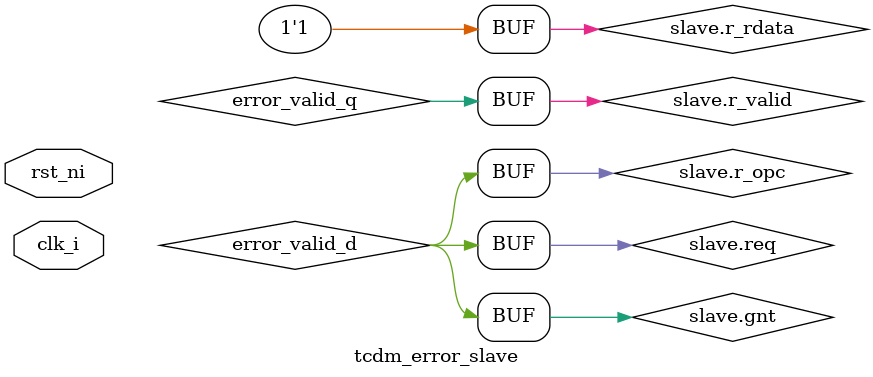
<source format=sv>

module tcdm_error_slave #(
    parameter logic [31:0] ERROR_RESPONSE = 32'hBADACCE5
) (
    input logic               clk_i,
    input logic               rst_ni,
          XBAR_TCDM_BUS.Slave slave
);

  logic error_valid_d, error_valid_q;
  assign slave.gnt = slave.req;
  assign error_valid_d = slave.req;
  assign slave.r_opc = slave.req;
  assign slave.r_rdata = ERROR_RESPONSE;
  assign slave.r_valid = error_valid_q;

  always_ff @(posedge clk_i, negedge rst_ni) begin
    if (!rst_ni) begin
      error_valid_q <= 1'b0;
    end else begin
      error_valid_q <= error_valid_d;
    end
  end

`ifndef SYNTHESIS
  no_req :
  assert property (@(posedge clk_i) disable iff (~rst_ni) not slave.req)
  else $error("Illegal bus request to address %x.", slave.add);
`endif

endmodule : tcdm_error_slave

</source>
